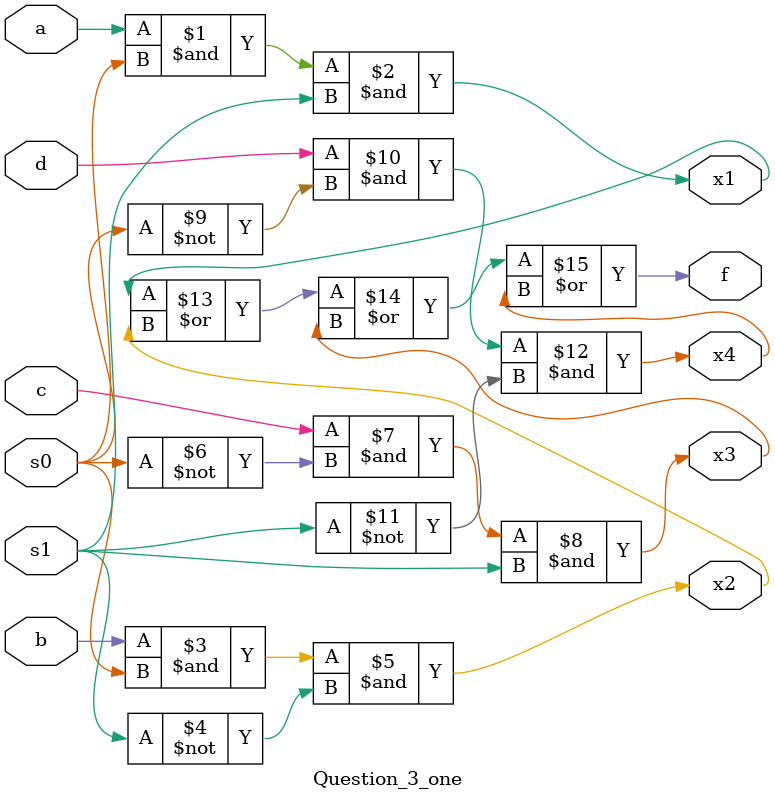
<source format=v>

module Question_3_one(a,b,c,d,s0,s1,x1,x2,x3,x4,f);

	input a,b,c,d;
	input s0,s1;
	output x1,x2,x3,x4,f;
	
	//No initial begin when using gate level coding
	//initial begin
	
		and(x1,a,s0,s1);
		and(x2,b,s0,~s1);
		and(x3,c,~s0,s1);
		and(x4,d,~s0,~s1);
		
		or(f,x1,x2,x3,x4);
		
	//end
	
endmodule
</source>
